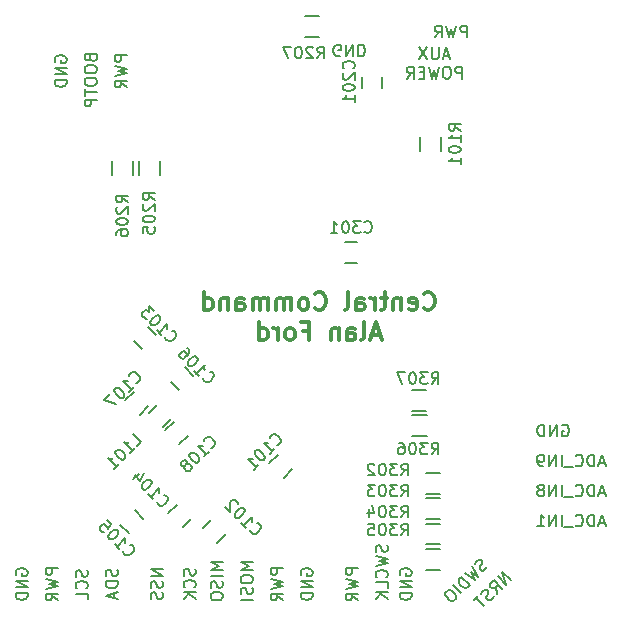
<source format=gbo>
G04 #@! TF.FileFunction,Legend,Bot*
%FSLAX46Y46*%
G04 Gerber Fmt 4.6, Leading zero omitted, Abs format (unit mm)*
G04 Created by KiCad (PCBNEW 4.0.5) date Tuesday, June 20, 2017 'PMt' 07:53:22 PM*
%MOMM*%
%LPD*%
G01*
G04 APERTURE LIST*
%ADD10C,0.100000*%
%ADD11C,0.150000*%
%ADD12C,0.300000*%
%ADD13C,3.327000*%
%ADD14R,1.377000X1.127000*%
%ADD15R,1.127000X1.377000*%
%ADD16R,1.854200X2.159000*%
%ADD17O,1.854200X2.159000*%
%ADD18R,2.159000X1.854200*%
%ADD19O,2.159000X1.854200*%
%ADD20C,1.727000*%
%ADD21R,2.159000X2.159000*%
%ADD22O,2.159000X2.159000*%
%ADD23R,1.427000X0.827000*%
%ADD24R,0.827000X1.427000*%
G04 APERTURE END LIST*
D10*
D11*
X144875095Y-70334667D02*
X144398904Y-70334667D01*
X144970333Y-70620381D02*
X144637000Y-69620381D01*
X144303666Y-70620381D01*
X143970333Y-69620381D02*
X143970333Y-70429905D01*
X143922714Y-70525143D01*
X143875095Y-70572762D01*
X143779857Y-70620381D01*
X143589380Y-70620381D01*
X143494142Y-70572762D01*
X143446523Y-70525143D01*
X143398904Y-70429905D01*
X143398904Y-69620381D01*
X143017952Y-69620381D02*
X142351285Y-70620381D01*
X142351285Y-69620381D02*
X143017952Y-70620381D01*
X145946524Y-72270381D02*
X145946524Y-71270381D01*
X145565571Y-71270381D01*
X145470333Y-71318000D01*
X145422714Y-71365619D01*
X145375095Y-71460857D01*
X145375095Y-71603714D01*
X145422714Y-71698952D01*
X145470333Y-71746571D01*
X145565571Y-71794190D01*
X145946524Y-71794190D01*
X144756048Y-71270381D02*
X144565571Y-71270381D01*
X144470333Y-71318000D01*
X144375095Y-71413238D01*
X144327476Y-71603714D01*
X144327476Y-71937048D01*
X144375095Y-72127524D01*
X144470333Y-72222762D01*
X144565571Y-72270381D01*
X144756048Y-72270381D01*
X144851286Y-72222762D01*
X144946524Y-72127524D01*
X144994143Y-71937048D01*
X144994143Y-71603714D01*
X144946524Y-71413238D01*
X144851286Y-71318000D01*
X144756048Y-71270381D01*
X143994143Y-71270381D02*
X143756048Y-72270381D01*
X143565571Y-71556095D01*
X143375095Y-72270381D01*
X143137000Y-71270381D01*
X142756048Y-71746571D02*
X142422714Y-71746571D01*
X142279857Y-72270381D02*
X142756048Y-72270381D01*
X142756048Y-71270381D01*
X142279857Y-71270381D01*
X141279857Y-72270381D02*
X141613191Y-71794190D01*
X141851286Y-72270381D02*
X141851286Y-71270381D01*
X141470333Y-71270381D01*
X141375095Y-71318000D01*
X141327476Y-71365619D01*
X141279857Y-71460857D01*
X141279857Y-71603714D01*
X141327476Y-71698952D01*
X141375095Y-71746571D01*
X141470333Y-71794190D01*
X141851286Y-71794190D01*
D12*
X142715142Y-91716714D02*
X142786571Y-91788143D01*
X143000857Y-91859571D01*
X143143714Y-91859571D01*
X143357999Y-91788143D01*
X143500857Y-91645286D01*
X143572285Y-91502429D01*
X143643714Y-91216714D01*
X143643714Y-91002429D01*
X143572285Y-90716714D01*
X143500857Y-90573857D01*
X143357999Y-90431000D01*
X143143714Y-90359571D01*
X143000857Y-90359571D01*
X142786571Y-90431000D01*
X142715142Y-90502429D01*
X141500857Y-91788143D02*
X141643714Y-91859571D01*
X141929428Y-91859571D01*
X142072285Y-91788143D01*
X142143714Y-91645286D01*
X142143714Y-91073857D01*
X142072285Y-90931000D01*
X141929428Y-90859571D01*
X141643714Y-90859571D01*
X141500857Y-90931000D01*
X141429428Y-91073857D01*
X141429428Y-91216714D01*
X142143714Y-91359571D01*
X140786571Y-90859571D02*
X140786571Y-91859571D01*
X140786571Y-91002429D02*
X140715143Y-90931000D01*
X140572285Y-90859571D01*
X140358000Y-90859571D01*
X140215143Y-90931000D01*
X140143714Y-91073857D01*
X140143714Y-91859571D01*
X139643714Y-90859571D02*
X139072285Y-90859571D01*
X139429428Y-90359571D02*
X139429428Y-91645286D01*
X139358000Y-91788143D01*
X139215142Y-91859571D01*
X139072285Y-91859571D01*
X138572285Y-91859571D02*
X138572285Y-90859571D01*
X138572285Y-91145286D02*
X138500857Y-91002429D01*
X138429428Y-90931000D01*
X138286571Y-90859571D01*
X138143714Y-90859571D01*
X137000857Y-91859571D02*
X137000857Y-91073857D01*
X137072286Y-90931000D01*
X137215143Y-90859571D01*
X137500857Y-90859571D01*
X137643714Y-90931000D01*
X137000857Y-91788143D02*
X137143714Y-91859571D01*
X137500857Y-91859571D01*
X137643714Y-91788143D01*
X137715143Y-91645286D01*
X137715143Y-91502429D01*
X137643714Y-91359571D01*
X137500857Y-91288143D01*
X137143714Y-91288143D01*
X137000857Y-91216714D01*
X136072285Y-91859571D02*
X136215143Y-91788143D01*
X136286571Y-91645286D01*
X136286571Y-90359571D01*
X133500857Y-91716714D02*
X133572286Y-91788143D01*
X133786572Y-91859571D01*
X133929429Y-91859571D01*
X134143714Y-91788143D01*
X134286572Y-91645286D01*
X134358000Y-91502429D01*
X134429429Y-91216714D01*
X134429429Y-91002429D01*
X134358000Y-90716714D01*
X134286572Y-90573857D01*
X134143714Y-90431000D01*
X133929429Y-90359571D01*
X133786572Y-90359571D01*
X133572286Y-90431000D01*
X133500857Y-90502429D01*
X132643714Y-91859571D02*
X132786572Y-91788143D01*
X132858000Y-91716714D01*
X132929429Y-91573857D01*
X132929429Y-91145286D01*
X132858000Y-91002429D01*
X132786572Y-90931000D01*
X132643714Y-90859571D01*
X132429429Y-90859571D01*
X132286572Y-90931000D01*
X132215143Y-91002429D01*
X132143714Y-91145286D01*
X132143714Y-91573857D01*
X132215143Y-91716714D01*
X132286572Y-91788143D01*
X132429429Y-91859571D01*
X132643714Y-91859571D01*
X131500857Y-91859571D02*
X131500857Y-90859571D01*
X131500857Y-91002429D02*
X131429429Y-90931000D01*
X131286571Y-90859571D01*
X131072286Y-90859571D01*
X130929429Y-90931000D01*
X130858000Y-91073857D01*
X130858000Y-91859571D01*
X130858000Y-91073857D02*
X130786571Y-90931000D01*
X130643714Y-90859571D01*
X130429429Y-90859571D01*
X130286571Y-90931000D01*
X130215143Y-91073857D01*
X130215143Y-91859571D01*
X129500857Y-91859571D02*
X129500857Y-90859571D01*
X129500857Y-91002429D02*
X129429429Y-90931000D01*
X129286571Y-90859571D01*
X129072286Y-90859571D01*
X128929429Y-90931000D01*
X128858000Y-91073857D01*
X128858000Y-91859571D01*
X128858000Y-91073857D02*
X128786571Y-90931000D01*
X128643714Y-90859571D01*
X128429429Y-90859571D01*
X128286571Y-90931000D01*
X128215143Y-91073857D01*
X128215143Y-91859571D01*
X126858000Y-91859571D02*
X126858000Y-91073857D01*
X126929429Y-90931000D01*
X127072286Y-90859571D01*
X127358000Y-90859571D01*
X127500857Y-90931000D01*
X126858000Y-91788143D02*
X127000857Y-91859571D01*
X127358000Y-91859571D01*
X127500857Y-91788143D01*
X127572286Y-91645286D01*
X127572286Y-91502429D01*
X127500857Y-91359571D01*
X127358000Y-91288143D01*
X127000857Y-91288143D01*
X126858000Y-91216714D01*
X126143714Y-90859571D02*
X126143714Y-91859571D01*
X126143714Y-91002429D02*
X126072286Y-90931000D01*
X125929428Y-90859571D01*
X125715143Y-90859571D01*
X125572286Y-90931000D01*
X125500857Y-91073857D01*
X125500857Y-91859571D01*
X124143714Y-91859571D02*
X124143714Y-90359571D01*
X124143714Y-91788143D02*
X124286571Y-91859571D01*
X124572285Y-91859571D01*
X124715143Y-91788143D01*
X124786571Y-91716714D01*
X124858000Y-91573857D01*
X124858000Y-91145286D01*
X124786571Y-91002429D01*
X124715143Y-90931000D01*
X124572285Y-90859571D01*
X124286571Y-90859571D01*
X124143714Y-90931000D01*
X139000857Y-93981000D02*
X138286571Y-93981000D01*
X139143714Y-94409571D02*
X138643714Y-92909571D01*
X138143714Y-94409571D01*
X137429428Y-94409571D02*
X137572286Y-94338143D01*
X137643714Y-94195286D01*
X137643714Y-92909571D01*
X136215143Y-94409571D02*
X136215143Y-93623857D01*
X136286572Y-93481000D01*
X136429429Y-93409571D01*
X136715143Y-93409571D01*
X136858000Y-93481000D01*
X136215143Y-94338143D02*
X136358000Y-94409571D01*
X136715143Y-94409571D01*
X136858000Y-94338143D01*
X136929429Y-94195286D01*
X136929429Y-94052429D01*
X136858000Y-93909571D01*
X136715143Y-93838143D01*
X136358000Y-93838143D01*
X136215143Y-93766714D01*
X135500857Y-93409571D02*
X135500857Y-94409571D01*
X135500857Y-93552429D02*
X135429429Y-93481000D01*
X135286571Y-93409571D01*
X135072286Y-93409571D01*
X134929429Y-93481000D01*
X134858000Y-93623857D01*
X134858000Y-94409571D01*
X132500857Y-93623857D02*
X133000857Y-93623857D01*
X133000857Y-94409571D02*
X133000857Y-92909571D01*
X132286571Y-92909571D01*
X131500857Y-94409571D02*
X131643715Y-94338143D01*
X131715143Y-94266714D01*
X131786572Y-94123857D01*
X131786572Y-93695286D01*
X131715143Y-93552429D01*
X131643715Y-93481000D01*
X131500857Y-93409571D01*
X131286572Y-93409571D01*
X131143715Y-93481000D01*
X131072286Y-93552429D01*
X131000857Y-93695286D01*
X131000857Y-94123857D01*
X131072286Y-94266714D01*
X131143715Y-94338143D01*
X131286572Y-94409571D01*
X131500857Y-94409571D01*
X130358000Y-94409571D02*
X130358000Y-93409571D01*
X130358000Y-93695286D02*
X130286572Y-93552429D01*
X130215143Y-93481000D01*
X130072286Y-93409571D01*
X129929429Y-93409571D01*
X128786572Y-94409571D02*
X128786572Y-92909571D01*
X128786572Y-94338143D02*
X128929429Y-94409571D01*
X129215143Y-94409571D01*
X129358001Y-94338143D01*
X129429429Y-94266714D01*
X129500858Y-94123857D01*
X129500858Y-93695286D01*
X129429429Y-93552429D01*
X129358001Y-93481000D01*
X129215143Y-93409571D01*
X128929429Y-93409571D01*
X128786572Y-93481000D01*
D11*
X137104381Y-113728667D02*
X136104381Y-113728667D01*
X136104381Y-114109620D01*
X136152000Y-114204858D01*
X136199619Y-114252477D01*
X136294857Y-114300096D01*
X136437714Y-114300096D01*
X136532952Y-114252477D01*
X136580571Y-114204858D01*
X136628190Y-114109620D01*
X136628190Y-113728667D01*
X136104381Y-114633429D02*
X137104381Y-114871524D01*
X136390095Y-115062001D01*
X137104381Y-115252477D01*
X136104381Y-115490572D01*
X137104381Y-116442953D02*
X136628190Y-116109619D01*
X137104381Y-115871524D02*
X136104381Y-115871524D01*
X136104381Y-116252477D01*
X136152000Y-116347715D01*
X136199619Y-116395334D01*
X136294857Y-116442953D01*
X136437714Y-116442953D01*
X136532952Y-116395334D01*
X136580571Y-116347715D01*
X136628190Y-116252477D01*
X136628190Y-115871524D01*
X139596762Y-111784095D02*
X139644381Y-111926952D01*
X139644381Y-112165048D01*
X139596762Y-112260286D01*
X139549143Y-112307905D01*
X139453905Y-112355524D01*
X139358667Y-112355524D01*
X139263429Y-112307905D01*
X139215810Y-112260286D01*
X139168190Y-112165048D01*
X139120571Y-111974571D01*
X139072952Y-111879333D01*
X139025333Y-111831714D01*
X138930095Y-111784095D01*
X138834857Y-111784095D01*
X138739619Y-111831714D01*
X138692000Y-111879333D01*
X138644381Y-111974571D01*
X138644381Y-112212667D01*
X138692000Y-112355524D01*
X138644381Y-112688857D02*
X139644381Y-112926952D01*
X138930095Y-113117429D01*
X139644381Y-113307905D01*
X138644381Y-113546000D01*
X139549143Y-114498381D02*
X139596762Y-114450762D01*
X139644381Y-114307905D01*
X139644381Y-114212667D01*
X139596762Y-114069809D01*
X139501524Y-113974571D01*
X139406286Y-113926952D01*
X139215810Y-113879333D01*
X139072952Y-113879333D01*
X138882476Y-113926952D01*
X138787238Y-113974571D01*
X138692000Y-114069809D01*
X138644381Y-114212667D01*
X138644381Y-114307905D01*
X138692000Y-114450762D01*
X138739619Y-114498381D01*
X139644381Y-115403143D02*
X139644381Y-114926952D01*
X138644381Y-114926952D01*
X139644381Y-115736476D02*
X138644381Y-115736476D01*
X139644381Y-116307905D02*
X139072952Y-115879333D01*
X138644381Y-116307905D02*
X139215810Y-115736476D01*
X150071557Y-114728206D02*
X149364450Y-114021100D01*
X149667496Y-115132268D01*
X148960389Y-114425161D01*
X148926717Y-115873046D02*
X148825702Y-115300626D01*
X149330778Y-115468985D02*
X148623672Y-114761878D01*
X148354297Y-115031253D01*
X148320626Y-115132268D01*
X148320626Y-115199611D01*
X148354297Y-115300626D01*
X148455312Y-115401641D01*
X148556328Y-115435313D01*
X148623671Y-115435313D01*
X148724686Y-115401641D01*
X148994061Y-115132267D01*
X148623672Y-116108748D02*
X148556328Y-116243435D01*
X148387969Y-116411794D01*
X148286954Y-116445466D01*
X148219610Y-116445466D01*
X148118595Y-116411794D01*
X148051252Y-116344451D01*
X148017580Y-116243436D01*
X148017580Y-116176092D01*
X148051251Y-116075076D01*
X148152267Y-115906717D01*
X148185939Y-115805702D01*
X148185939Y-115738359D01*
X148152267Y-115637343D01*
X148084924Y-115570000D01*
X147983908Y-115536328D01*
X147916565Y-115536328D01*
X147815550Y-115570000D01*
X147647190Y-115738359D01*
X147579847Y-115873046D01*
X147344145Y-116041405D02*
X146940084Y-116445466D01*
X147849222Y-116950542D02*
X147142115Y-116243435D01*
X148088602Y-113595817D02*
X148021259Y-113730504D01*
X147852900Y-113898864D01*
X147751885Y-113932535D01*
X147684541Y-113932535D01*
X147583526Y-113898864D01*
X147516183Y-113831520D01*
X147482511Y-113730505D01*
X147482511Y-113663162D01*
X147516182Y-113562146D01*
X147617198Y-113393786D01*
X147650869Y-113292771D01*
X147650869Y-113225428D01*
X147617198Y-113124413D01*
X147549854Y-113057069D01*
X147448839Y-113023398D01*
X147381496Y-113023398D01*
X147280481Y-113057069D01*
X147112121Y-113225429D01*
X147044778Y-113360115D01*
X146775404Y-113562146D02*
X147314152Y-114437611D01*
X146674388Y-114067222D01*
X147044778Y-114706986D01*
X146169312Y-114168237D01*
X146607045Y-115144718D02*
X145899939Y-114437611D01*
X145731580Y-114605970D01*
X145664236Y-114740657D01*
X145664236Y-114875344D01*
X145697908Y-114976359D01*
X145798923Y-115144718D01*
X145899939Y-115245734D01*
X146068297Y-115346749D01*
X146169312Y-115380421D01*
X146303999Y-115380421D01*
X146438687Y-115313076D01*
X146607045Y-115144718D01*
X145899939Y-115851825D02*
X145192832Y-115144718D01*
X144721428Y-115616122D02*
X144586740Y-115750810D01*
X144553069Y-115851825D01*
X144553069Y-115986512D01*
X144654084Y-116154870D01*
X144889786Y-116390573D01*
X145058145Y-116491588D01*
X145192832Y-116491588D01*
X145293847Y-116457916D01*
X145428535Y-116323229D01*
X145462206Y-116222214D01*
X145462206Y-116087527D01*
X145361191Y-115919168D01*
X145125488Y-115683465D01*
X144957130Y-115582450D01*
X144822443Y-115582450D01*
X144721428Y-115616122D01*
X140724000Y-114300096D02*
X140676381Y-114204858D01*
X140676381Y-114062001D01*
X140724000Y-113919143D01*
X140819238Y-113823905D01*
X140914476Y-113776286D01*
X141104952Y-113728667D01*
X141247810Y-113728667D01*
X141438286Y-113776286D01*
X141533524Y-113823905D01*
X141628762Y-113919143D01*
X141676381Y-114062001D01*
X141676381Y-114157239D01*
X141628762Y-114300096D01*
X141581143Y-114347715D01*
X141247810Y-114347715D01*
X141247810Y-114157239D01*
X141676381Y-114776286D02*
X140676381Y-114776286D01*
X141676381Y-115347715D01*
X140676381Y-115347715D01*
X141676381Y-115823905D02*
X140676381Y-115823905D01*
X140676381Y-116062000D01*
X140724000Y-116204858D01*
X140819238Y-116300096D01*
X140914476Y-116347715D01*
X141104952Y-116395334D01*
X141247810Y-116395334D01*
X141438286Y-116347715D01*
X141533524Y-116300096D01*
X141628762Y-116204858D01*
X141676381Y-116062000D01*
X141676381Y-115823905D01*
X158051143Y-109894667D02*
X157574952Y-109894667D01*
X158146381Y-110180381D02*
X157813048Y-109180381D01*
X157479714Y-110180381D01*
X157146381Y-110180381D02*
X157146381Y-109180381D01*
X156908286Y-109180381D01*
X156765428Y-109228000D01*
X156670190Y-109323238D01*
X156622571Y-109418476D01*
X156574952Y-109608952D01*
X156574952Y-109751810D01*
X156622571Y-109942286D01*
X156670190Y-110037524D01*
X156765428Y-110132762D01*
X156908286Y-110180381D01*
X157146381Y-110180381D01*
X155574952Y-110085143D02*
X155622571Y-110132762D01*
X155765428Y-110180381D01*
X155860666Y-110180381D01*
X156003524Y-110132762D01*
X156098762Y-110037524D01*
X156146381Y-109942286D01*
X156194000Y-109751810D01*
X156194000Y-109608952D01*
X156146381Y-109418476D01*
X156098762Y-109323238D01*
X156003524Y-109228000D01*
X155860666Y-109180381D01*
X155765428Y-109180381D01*
X155622571Y-109228000D01*
X155574952Y-109275619D01*
X155384476Y-110275619D02*
X154622571Y-110275619D01*
X154384476Y-110180381D02*
X154384476Y-109180381D01*
X153908286Y-110180381D02*
X153908286Y-109180381D01*
X153336857Y-110180381D01*
X153336857Y-109180381D01*
X152336857Y-110180381D02*
X152908286Y-110180381D01*
X152622572Y-110180381D02*
X152622572Y-109180381D01*
X152717810Y-109323238D01*
X152813048Y-109418476D01*
X152908286Y-109466095D01*
X158051143Y-107354667D02*
X157574952Y-107354667D01*
X158146381Y-107640381D02*
X157813048Y-106640381D01*
X157479714Y-107640381D01*
X157146381Y-107640381D02*
X157146381Y-106640381D01*
X156908286Y-106640381D01*
X156765428Y-106688000D01*
X156670190Y-106783238D01*
X156622571Y-106878476D01*
X156574952Y-107068952D01*
X156574952Y-107211810D01*
X156622571Y-107402286D01*
X156670190Y-107497524D01*
X156765428Y-107592762D01*
X156908286Y-107640381D01*
X157146381Y-107640381D01*
X155574952Y-107545143D02*
X155622571Y-107592762D01*
X155765428Y-107640381D01*
X155860666Y-107640381D01*
X156003524Y-107592762D01*
X156098762Y-107497524D01*
X156146381Y-107402286D01*
X156194000Y-107211810D01*
X156194000Y-107068952D01*
X156146381Y-106878476D01*
X156098762Y-106783238D01*
X156003524Y-106688000D01*
X155860666Y-106640381D01*
X155765428Y-106640381D01*
X155622571Y-106688000D01*
X155574952Y-106735619D01*
X155384476Y-107735619D02*
X154622571Y-107735619D01*
X154384476Y-107640381D02*
X154384476Y-106640381D01*
X153908286Y-107640381D02*
X153908286Y-106640381D01*
X153336857Y-107640381D01*
X153336857Y-106640381D01*
X152717810Y-107068952D02*
X152813048Y-107021333D01*
X152860667Y-106973714D01*
X152908286Y-106878476D01*
X152908286Y-106830857D01*
X152860667Y-106735619D01*
X152813048Y-106688000D01*
X152717810Y-106640381D01*
X152527333Y-106640381D01*
X152432095Y-106688000D01*
X152384476Y-106735619D01*
X152336857Y-106830857D01*
X152336857Y-106878476D01*
X152384476Y-106973714D01*
X152432095Y-107021333D01*
X152527333Y-107068952D01*
X152717810Y-107068952D01*
X152813048Y-107116571D01*
X152860667Y-107164190D01*
X152908286Y-107259429D01*
X152908286Y-107449905D01*
X152860667Y-107545143D01*
X152813048Y-107592762D01*
X152717810Y-107640381D01*
X152527333Y-107640381D01*
X152432095Y-107592762D01*
X152384476Y-107545143D01*
X152336857Y-107449905D01*
X152336857Y-107259429D01*
X152384476Y-107164190D01*
X152432095Y-107116571D01*
X152527333Y-107068952D01*
X158051143Y-104814667D02*
X157574952Y-104814667D01*
X158146381Y-105100381D02*
X157813048Y-104100381D01*
X157479714Y-105100381D01*
X157146381Y-105100381D02*
X157146381Y-104100381D01*
X156908286Y-104100381D01*
X156765428Y-104148000D01*
X156670190Y-104243238D01*
X156622571Y-104338476D01*
X156574952Y-104528952D01*
X156574952Y-104671810D01*
X156622571Y-104862286D01*
X156670190Y-104957524D01*
X156765428Y-105052762D01*
X156908286Y-105100381D01*
X157146381Y-105100381D01*
X155574952Y-105005143D02*
X155622571Y-105052762D01*
X155765428Y-105100381D01*
X155860666Y-105100381D01*
X156003524Y-105052762D01*
X156098762Y-104957524D01*
X156146381Y-104862286D01*
X156194000Y-104671810D01*
X156194000Y-104528952D01*
X156146381Y-104338476D01*
X156098762Y-104243238D01*
X156003524Y-104148000D01*
X155860666Y-104100381D01*
X155765428Y-104100381D01*
X155622571Y-104148000D01*
X155574952Y-104195619D01*
X155384476Y-105195619D02*
X154622571Y-105195619D01*
X154384476Y-105100381D02*
X154384476Y-104100381D01*
X153908286Y-105100381D02*
X153908286Y-104100381D01*
X153336857Y-105100381D01*
X153336857Y-104100381D01*
X152813048Y-105100381D02*
X152622572Y-105100381D01*
X152527333Y-105052762D01*
X152479714Y-105005143D01*
X152384476Y-104862286D01*
X152336857Y-104671810D01*
X152336857Y-104290857D01*
X152384476Y-104195619D01*
X152432095Y-104148000D01*
X152527333Y-104100381D01*
X152717810Y-104100381D01*
X152813048Y-104148000D01*
X152860667Y-104195619D01*
X152908286Y-104290857D01*
X152908286Y-104528952D01*
X152860667Y-104624190D01*
X152813048Y-104671810D01*
X152717810Y-104719429D01*
X152527333Y-104719429D01*
X152432095Y-104671810D01*
X152384476Y-104624190D01*
X152336857Y-104528952D01*
X154431904Y-101608000D02*
X154527142Y-101560381D01*
X154669999Y-101560381D01*
X154812857Y-101608000D01*
X154908095Y-101703238D01*
X154955714Y-101798476D01*
X155003333Y-101988952D01*
X155003333Y-102131810D01*
X154955714Y-102322286D01*
X154908095Y-102417524D01*
X154812857Y-102512762D01*
X154669999Y-102560381D01*
X154574761Y-102560381D01*
X154431904Y-102512762D01*
X154384285Y-102465143D01*
X154384285Y-102131810D01*
X154574761Y-102131810D01*
X153955714Y-102560381D02*
X153955714Y-101560381D01*
X153384285Y-102560381D01*
X153384285Y-101560381D01*
X152908095Y-102560381D02*
X152908095Y-101560381D01*
X152670000Y-101560381D01*
X152527142Y-101608000D01*
X152431904Y-101703238D01*
X152384285Y-101798476D01*
X152336666Y-101988952D01*
X152336666Y-102131810D01*
X152384285Y-102322286D01*
X152431904Y-102417524D01*
X152527142Y-102512762D01*
X152670000Y-102560381D01*
X152908095Y-102560381D01*
X128214381Y-113236572D02*
X127214381Y-113236572D01*
X127928667Y-113569906D01*
X127214381Y-113903239D01*
X128214381Y-113903239D01*
X127214381Y-114569905D02*
X127214381Y-114760382D01*
X127262000Y-114855620D01*
X127357238Y-114950858D01*
X127547714Y-114998477D01*
X127881048Y-114998477D01*
X128071524Y-114950858D01*
X128166762Y-114855620D01*
X128214381Y-114760382D01*
X128214381Y-114569905D01*
X128166762Y-114474667D01*
X128071524Y-114379429D01*
X127881048Y-114331810D01*
X127547714Y-114331810D01*
X127357238Y-114379429D01*
X127262000Y-114474667D01*
X127214381Y-114569905D01*
X128166762Y-115379429D02*
X128214381Y-115522286D01*
X128214381Y-115760382D01*
X128166762Y-115855620D01*
X128119143Y-115903239D01*
X128023905Y-115950858D01*
X127928667Y-115950858D01*
X127833429Y-115903239D01*
X127785810Y-115855620D01*
X127738190Y-115760382D01*
X127690571Y-115569905D01*
X127642952Y-115474667D01*
X127595333Y-115427048D01*
X127500095Y-115379429D01*
X127404857Y-115379429D01*
X127309619Y-115427048D01*
X127262000Y-115474667D01*
X127214381Y-115569905D01*
X127214381Y-115808001D01*
X127262000Y-115950858D01*
X128214381Y-116379429D02*
X127214381Y-116379429D01*
X125674381Y-113236572D02*
X124674381Y-113236572D01*
X125388667Y-113569906D01*
X124674381Y-113903239D01*
X125674381Y-113903239D01*
X125674381Y-114379429D02*
X124674381Y-114379429D01*
X125626762Y-114808000D02*
X125674381Y-114950857D01*
X125674381Y-115188953D01*
X125626762Y-115284191D01*
X125579143Y-115331810D01*
X125483905Y-115379429D01*
X125388667Y-115379429D01*
X125293429Y-115331810D01*
X125245810Y-115284191D01*
X125198190Y-115188953D01*
X125150571Y-114998476D01*
X125102952Y-114903238D01*
X125055333Y-114855619D01*
X124960095Y-114808000D01*
X124864857Y-114808000D01*
X124769619Y-114855619D01*
X124722000Y-114903238D01*
X124674381Y-114998476D01*
X124674381Y-115236572D01*
X124722000Y-115379429D01*
X124674381Y-115998476D02*
X124674381Y-116188953D01*
X124722000Y-116284191D01*
X124817238Y-116379429D01*
X125007714Y-116427048D01*
X125341048Y-116427048D01*
X125531524Y-116379429D01*
X125626762Y-116284191D01*
X125674381Y-116188953D01*
X125674381Y-115998476D01*
X125626762Y-115903238D01*
X125531524Y-115808000D01*
X125341048Y-115760381D01*
X125007714Y-115760381D01*
X124817238Y-115808000D01*
X124722000Y-115903238D01*
X124674381Y-115998476D01*
X120594381Y-113823905D02*
X119594381Y-113823905D01*
X120594381Y-114395334D01*
X119594381Y-114395334D01*
X120546762Y-114823905D02*
X120594381Y-114966762D01*
X120594381Y-115204858D01*
X120546762Y-115300096D01*
X120499143Y-115347715D01*
X120403905Y-115395334D01*
X120308667Y-115395334D01*
X120213429Y-115347715D01*
X120165810Y-115300096D01*
X120118190Y-115204858D01*
X120070571Y-115014381D01*
X120022952Y-114919143D01*
X119975333Y-114871524D01*
X119880095Y-114823905D01*
X119784857Y-114823905D01*
X119689619Y-114871524D01*
X119642000Y-114919143D01*
X119594381Y-115014381D01*
X119594381Y-115252477D01*
X119642000Y-115395334D01*
X120546762Y-115776286D02*
X120594381Y-115919143D01*
X120594381Y-116157239D01*
X120546762Y-116252477D01*
X120499143Y-116300096D01*
X120403905Y-116347715D01*
X120308667Y-116347715D01*
X120213429Y-116300096D01*
X120165810Y-116252477D01*
X120118190Y-116157239D01*
X120070571Y-115966762D01*
X120022952Y-115871524D01*
X119975333Y-115823905D01*
X119880095Y-115776286D01*
X119784857Y-115776286D01*
X119689619Y-115823905D01*
X119642000Y-115871524D01*
X119594381Y-115966762D01*
X119594381Y-116204858D01*
X119642000Y-116347715D01*
X123340762Y-113776286D02*
X123388381Y-113919143D01*
X123388381Y-114157239D01*
X123340762Y-114252477D01*
X123293143Y-114300096D01*
X123197905Y-114347715D01*
X123102667Y-114347715D01*
X123007429Y-114300096D01*
X122959810Y-114252477D01*
X122912190Y-114157239D01*
X122864571Y-113966762D01*
X122816952Y-113871524D01*
X122769333Y-113823905D01*
X122674095Y-113776286D01*
X122578857Y-113776286D01*
X122483619Y-113823905D01*
X122436000Y-113871524D01*
X122388381Y-113966762D01*
X122388381Y-114204858D01*
X122436000Y-114347715D01*
X123293143Y-115347715D02*
X123340762Y-115300096D01*
X123388381Y-115157239D01*
X123388381Y-115062001D01*
X123340762Y-114919143D01*
X123245524Y-114823905D01*
X123150286Y-114776286D01*
X122959810Y-114728667D01*
X122816952Y-114728667D01*
X122626476Y-114776286D01*
X122531238Y-114823905D01*
X122436000Y-114919143D01*
X122388381Y-115062001D01*
X122388381Y-115157239D01*
X122436000Y-115300096D01*
X122483619Y-115347715D01*
X123388381Y-115776286D02*
X122388381Y-115776286D01*
X123388381Y-116347715D02*
X122816952Y-115919143D01*
X122388381Y-116347715D02*
X122959810Y-115776286D01*
X132342000Y-114300096D02*
X132294381Y-114204858D01*
X132294381Y-114062001D01*
X132342000Y-113919143D01*
X132437238Y-113823905D01*
X132532476Y-113776286D01*
X132722952Y-113728667D01*
X132865810Y-113728667D01*
X133056286Y-113776286D01*
X133151524Y-113823905D01*
X133246762Y-113919143D01*
X133294381Y-114062001D01*
X133294381Y-114157239D01*
X133246762Y-114300096D01*
X133199143Y-114347715D01*
X132865810Y-114347715D01*
X132865810Y-114157239D01*
X133294381Y-114776286D02*
X132294381Y-114776286D01*
X133294381Y-115347715D01*
X132294381Y-115347715D01*
X133294381Y-115823905D02*
X132294381Y-115823905D01*
X132294381Y-116062000D01*
X132342000Y-116204858D01*
X132437238Y-116300096D01*
X132532476Y-116347715D01*
X132722952Y-116395334D01*
X132865810Y-116395334D01*
X133056286Y-116347715D01*
X133151524Y-116300096D01*
X133246762Y-116204858D01*
X133294381Y-116062000D01*
X133294381Y-115823905D01*
X130754381Y-113728667D02*
X129754381Y-113728667D01*
X129754381Y-114109620D01*
X129802000Y-114204858D01*
X129849619Y-114252477D01*
X129944857Y-114300096D01*
X130087714Y-114300096D01*
X130182952Y-114252477D01*
X130230571Y-114204858D01*
X130278190Y-114109620D01*
X130278190Y-113728667D01*
X129754381Y-114633429D02*
X130754381Y-114871524D01*
X130040095Y-115062001D01*
X130754381Y-115252477D01*
X129754381Y-115490572D01*
X130754381Y-116442953D02*
X130278190Y-116109619D01*
X130754381Y-115871524D02*
X129754381Y-115871524D01*
X129754381Y-116252477D01*
X129802000Y-116347715D01*
X129849619Y-116395334D01*
X129944857Y-116442953D01*
X130087714Y-116442953D01*
X130182952Y-116395334D01*
X130230571Y-116347715D01*
X130278190Y-116252477D01*
X130278190Y-115871524D01*
X146367333Y-68778381D02*
X146367333Y-67778381D01*
X145986380Y-67778381D01*
X145891142Y-67826000D01*
X145843523Y-67873619D01*
X145795904Y-67968857D01*
X145795904Y-68111714D01*
X145843523Y-68206952D01*
X145891142Y-68254571D01*
X145986380Y-68302190D01*
X146367333Y-68302190D01*
X145462571Y-67778381D02*
X145224476Y-68778381D01*
X145033999Y-68064095D01*
X144843523Y-68778381D01*
X144605428Y-67778381D01*
X143653047Y-68778381D02*
X143986381Y-68302190D01*
X144224476Y-68778381D02*
X144224476Y-67778381D01*
X143843523Y-67778381D01*
X143748285Y-67826000D01*
X143700666Y-67873619D01*
X143653047Y-67968857D01*
X143653047Y-68111714D01*
X143700666Y-68206952D01*
X143748285Y-68254571D01*
X143843523Y-68302190D01*
X144224476Y-68302190D01*
X135636096Y-70350000D02*
X135540858Y-70397619D01*
X135398001Y-70397619D01*
X135255143Y-70350000D01*
X135159905Y-70254762D01*
X135112286Y-70159524D01*
X135064667Y-69969048D01*
X135064667Y-69826190D01*
X135112286Y-69635714D01*
X135159905Y-69540476D01*
X135255143Y-69445238D01*
X135398001Y-69397619D01*
X135493239Y-69397619D01*
X135636096Y-69445238D01*
X135683715Y-69492857D01*
X135683715Y-69826190D01*
X135493239Y-69826190D01*
X136112286Y-69397619D02*
X136112286Y-70397619D01*
X136683715Y-69397619D01*
X136683715Y-70397619D01*
X137159905Y-69397619D02*
X137159905Y-70397619D01*
X137398000Y-70397619D01*
X137540858Y-70350000D01*
X137636096Y-70254762D01*
X137683715Y-70159524D01*
X137731334Y-69969048D01*
X137731334Y-69826190D01*
X137683715Y-69635714D01*
X137636096Y-69540476D01*
X137540858Y-69445238D01*
X137398000Y-69397619D01*
X137159905Y-69397619D01*
X114482571Y-70532858D02*
X114530190Y-70675715D01*
X114577810Y-70723334D01*
X114673048Y-70770953D01*
X114815905Y-70770953D01*
X114911143Y-70723334D01*
X114958762Y-70675715D01*
X115006381Y-70580477D01*
X115006381Y-70199524D01*
X114006381Y-70199524D01*
X114006381Y-70532858D01*
X114054000Y-70628096D01*
X114101619Y-70675715D01*
X114196857Y-70723334D01*
X114292095Y-70723334D01*
X114387333Y-70675715D01*
X114434952Y-70628096D01*
X114482571Y-70532858D01*
X114482571Y-70199524D01*
X114006381Y-71390000D02*
X114006381Y-71580477D01*
X114054000Y-71675715D01*
X114149238Y-71770953D01*
X114339714Y-71818572D01*
X114673048Y-71818572D01*
X114863524Y-71770953D01*
X114958762Y-71675715D01*
X115006381Y-71580477D01*
X115006381Y-71390000D01*
X114958762Y-71294762D01*
X114863524Y-71199524D01*
X114673048Y-71151905D01*
X114339714Y-71151905D01*
X114149238Y-71199524D01*
X114054000Y-71294762D01*
X114006381Y-71390000D01*
X114006381Y-72437619D02*
X114006381Y-72628096D01*
X114054000Y-72723334D01*
X114149238Y-72818572D01*
X114339714Y-72866191D01*
X114673048Y-72866191D01*
X114863524Y-72818572D01*
X114958762Y-72723334D01*
X115006381Y-72628096D01*
X115006381Y-72437619D01*
X114958762Y-72342381D01*
X114863524Y-72247143D01*
X114673048Y-72199524D01*
X114339714Y-72199524D01*
X114149238Y-72247143D01*
X114054000Y-72342381D01*
X114006381Y-72437619D01*
X114006381Y-73151905D02*
X114006381Y-73723334D01*
X115006381Y-73437619D02*
X114006381Y-73437619D01*
X115006381Y-74056667D02*
X114006381Y-74056667D01*
X114006381Y-74437620D01*
X114054000Y-74532858D01*
X114101619Y-74580477D01*
X114196857Y-74628096D01*
X114339714Y-74628096D01*
X114434952Y-74580477D01*
X114482571Y-74532858D01*
X114530190Y-74437620D01*
X114530190Y-74056667D01*
X117546381Y-70294667D02*
X116546381Y-70294667D01*
X116546381Y-70675620D01*
X116594000Y-70770858D01*
X116641619Y-70818477D01*
X116736857Y-70866096D01*
X116879714Y-70866096D01*
X116974952Y-70818477D01*
X117022571Y-70770858D01*
X117070190Y-70675620D01*
X117070190Y-70294667D01*
X116546381Y-71199429D02*
X117546381Y-71437524D01*
X116832095Y-71628001D01*
X117546381Y-71818477D01*
X116546381Y-72056572D01*
X117546381Y-73008953D02*
X117070190Y-72675619D01*
X117546381Y-72437524D02*
X116546381Y-72437524D01*
X116546381Y-72818477D01*
X116594000Y-72913715D01*
X116641619Y-72961334D01*
X116736857Y-73008953D01*
X116879714Y-73008953D01*
X116974952Y-72961334D01*
X117022571Y-72913715D01*
X117070190Y-72818477D01*
X117070190Y-72437524D01*
X111514000Y-70866096D02*
X111466381Y-70770858D01*
X111466381Y-70628001D01*
X111514000Y-70485143D01*
X111609238Y-70389905D01*
X111704476Y-70342286D01*
X111894952Y-70294667D01*
X112037810Y-70294667D01*
X112228286Y-70342286D01*
X112323524Y-70389905D01*
X112418762Y-70485143D01*
X112466381Y-70628001D01*
X112466381Y-70723239D01*
X112418762Y-70866096D01*
X112371143Y-70913715D01*
X112037810Y-70913715D01*
X112037810Y-70723239D01*
X112466381Y-71342286D02*
X111466381Y-71342286D01*
X112466381Y-71913715D01*
X111466381Y-71913715D01*
X112466381Y-72389905D02*
X111466381Y-72389905D01*
X111466381Y-72628000D01*
X111514000Y-72770858D01*
X111609238Y-72866096D01*
X111704476Y-72913715D01*
X111894952Y-72961334D01*
X112037810Y-72961334D01*
X112228286Y-72913715D01*
X112323524Y-72866096D01*
X112418762Y-72770858D01*
X112466381Y-72628000D01*
X112466381Y-72389905D01*
X116736762Y-113847714D02*
X116784381Y-113990571D01*
X116784381Y-114228667D01*
X116736762Y-114323905D01*
X116689143Y-114371524D01*
X116593905Y-114419143D01*
X116498667Y-114419143D01*
X116403429Y-114371524D01*
X116355810Y-114323905D01*
X116308190Y-114228667D01*
X116260571Y-114038190D01*
X116212952Y-113942952D01*
X116165333Y-113895333D01*
X116070095Y-113847714D01*
X115974857Y-113847714D01*
X115879619Y-113895333D01*
X115832000Y-113942952D01*
X115784381Y-114038190D01*
X115784381Y-114276286D01*
X115832000Y-114419143D01*
X116784381Y-114847714D02*
X115784381Y-114847714D01*
X115784381Y-115085809D01*
X115832000Y-115228667D01*
X115927238Y-115323905D01*
X116022476Y-115371524D01*
X116212952Y-115419143D01*
X116355810Y-115419143D01*
X116546286Y-115371524D01*
X116641524Y-115323905D01*
X116736762Y-115228667D01*
X116784381Y-115085809D01*
X116784381Y-114847714D01*
X116498667Y-115800095D02*
X116498667Y-116276286D01*
X116784381Y-115704857D02*
X115784381Y-116038190D01*
X116784381Y-116371524D01*
X114196762Y-113871524D02*
X114244381Y-114014381D01*
X114244381Y-114252477D01*
X114196762Y-114347715D01*
X114149143Y-114395334D01*
X114053905Y-114442953D01*
X113958667Y-114442953D01*
X113863429Y-114395334D01*
X113815810Y-114347715D01*
X113768190Y-114252477D01*
X113720571Y-114062000D01*
X113672952Y-113966762D01*
X113625333Y-113919143D01*
X113530095Y-113871524D01*
X113434857Y-113871524D01*
X113339619Y-113919143D01*
X113292000Y-113966762D01*
X113244381Y-114062000D01*
X113244381Y-114300096D01*
X113292000Y-114442953D01*
X114149143Y-115442953D02*
X114196762Y-115395334D01*
X114244381Y-115252477D01*
X114244381Y-115157239D01*
X114196762Y-115014381D01*
X114101524Y-114919143D01*
X114006286Y-114871524D01*
X113815810Y-114823905D01*
X113672952Y-114823905D01*
X113482476Y-114871524D01*
X113387238Y-114919143D01*
X113292000Y-115014381D01*
X113244381Y-115157239D01*
X113244381Y-115252477D01*
X113292000Y-115395334D01*
X113339619Y-115442953D01*
X114244381Y-116347715D02*
X114244381Y-115871524D01*
X113244381Y-115871524D01*
X111704381Y-113728667D02*
X110704381Y-113728667D01*
X110704381Y-114109620D01*
X110752000Y-114204858D01*
X110799619Y-114252477D01*
X110894857Y-114300096D01*
X111037714Y-114300096D01*
X111132952Y-114252477D01*
X111180571Y-114204858D01*
X111228190Y-114109620D01*
X111228190Y-113728667D01*
X110704381Y-114633429D02*
X111704381Y-114871524D01*
X110990095Y-115062001D01*
X111704381Y-115252477D01*
X110704381Y-115490572D01*
X111704381Y-116442953D02*
X111228190Y-116109619D01*
X111704381Y-115871524D02*
X110704381Y-115871524D01*
X110704381Y-116252477D01*
X110752000Y-116347715D01*
X110799619Y-116395334D01*
X110894857Y-116442953D01*
X111037714Y-116442953D01*
X111132952Y-116395334D01*
X111180571Y-116347715D01*
X111228190Y-116252477D01*
X111228190Y-115871524D01*
X108212000Y-114300096D02*
X108164381Y-114204858D01*
X108164381Y-114062001D01*
X108212000Y-113919143D01*
X108307238Y-113823905D01*
X108402476Y-113776286D01*
X108592952Y-113728667D01*
X108735810Y-113728667D01*
X108926286Y-113776286D01*
X109021524Y-113823905D01*
X109116762Y-113919143D01*
X109164381Y-114062001D01*
X109164381Y-114157239D01*
X109116762Y-114300096D01*
X109069143Y-114347715D01*
X108735810Y-114347715D01*
X108735810Y-114157239D01*
X109164381Y-114776286D02*
X108164381Y-114776286D01*
X109164381Y-115347715D01*
X108164381Y-115347715D01*
X109164381Y-115823905D02*
X108164381Y-115823905D01*
X108164381Y-116062000D01*
X108212000Y-116204858D01*
X108307238Y-116300096D01*
X108402476Y-116347715D01*
X108592952Y-116395334D01*
X108735810Y-116395334D01*
X108926286Y-116347715D01*
X109021524Y-116300096D01*
X109116762Y-116204858D01*
X109164381Y-116062000D01*
X109164381Y-115823905D01*
X129642046Y-104847553D02*
X130349153Y-104140446D01*
X131551234Y-105342527D02*
X130844127Y-106049634D01*
X125942914Y-110849247D02*
X125235807Y-111556354D01*
X124033726Y-110354273D02*
X124740833Y-109647166D01*
X119363327Y-93289566D02*
X120070434Y-93996673D01*
X118868353Y-95198754D02*
X118161246Y-94491647D01*
X121087326Y-109053793D02*
X121794433Y-108346686D01*
X122996514Y-109548767D02*
X122289407Y-110255874D01*
X118235567Y-108834366D02*
X118942674Y-109541473D01*
X117740593Y-110743554D02*
X117033486Y-110036447D01*
X121997633Y-98632834D02*
X121290526Y-97925727D01*
X122492607Y-96723646D02*
X123199714Y-97430753D01*
X120823166Y-102023073D02*
X121530273Y-101315966D01*
X122732354Y-102518047D02*
X122025247Y-103225154D01*
X137453000Y-73103360D02*
X137453000Y-72103360D01*
X139153000Y-72103360D02*
X139153000Y-73103360D01*
X136075800Y-86145000D02*
X137075800Y-86145000D01*
X137075800Y-87845000D02*
X136075800Y-87845000D01*
X119421086Y-100600673D02*
X120128193Y-99893566D01*
X121330274Y-101095647D02*
X120623167Y-101802754D01*
X120351520Y-80427120D02*
X120351520Y-79227120D01*
X118601520Y-79227120D02*
X118601520Y-80427120D01*
X118085840Y-80442360D02*
X118085840Y-79242360D01*
X116335840Y-79242360D02*
X116335840Y-80442360D01*
X133848400Y-66968400D02*
X132648400Y-66968400D01*
X132648400Y-68718400D02*
X133848400Y-68718400D01*
X144099840Y-105688160D02*
X142899840Y-105688160D01*
X142899840Y-107438160D02*
X144099840Y-107438160D01*
X144099840Y-107811600D02*
X142899840Y-107811600D01*
X142899840Y-109561600D02*
X144099840Y-109561600D01*
X144130320Y-109965520D02*
X142930320Y-109965520D01*
X142930320Y-111715520D02*
X144130320Y-111715520D01*
X144130320Y-112114360D02*
X142930320Y-112114360D01*
X142930320Y-113864360D02*
X144130320Y-113864360D01*
X141751760Y-102510560D02*
X142951760Y-102510560D01*
X142951760Y-100760560D02*
X141751760Y-100760560D01*
X141736520Y-100387120D02*
X142936520Y-100387120D01*
X142936520Y-98637120D02*
X141736520Y-98637120D01*
X117450046Y-99523713D02*
X118157153Y-98816606D01*
X119359234Y-100018687D02*
X118652127Y-100725794D01*
X142406400Y-77187500D02*
X142406400Y-78387500D01*
X144156400Y-78387500D02*
X144156400Y-77187500D01*
X130268864Y-103286293D02*
X130336207Y-103286293D01*
X130470894Y-103218949D01*
X130538238Y-103151606D01*
X130605582Y-103016918D01*
X130605582Y-102882231D01*
X130571910Y-102781216D01*
X130470895Y-102612857D01*
X130369879Y-102511842D01*
X130201521Y-102410826D01*
X130100505Y-102377155D01*
X129965818Y-102377155D01*
X129831131Y-102444499D01*
X129763787Y-102511842D01*
X129696444Y-102646529D01*
X129696444Y-102713873D01*
X129662772Y-104027071D02*
X130066834Y-103623010D01*
X129864803Y-103825040D02*
X129157697Y-103117933D01*
X129326055Y-103151605D01*
X129460742Y-103151605D01*
X129561757Y-103117933D01*
X128517933Y-103757697D02*
X128450589Y-103825041D01*
X128416917Y-103926056D01*
X128416917Y-103993399D01*
X128450589Y-104094414D01*
X128551604Y-104262773D01*
X128719964Y-104431132D01*
X128888322Y-104532147D01*
X128989337Y-104565819D01*
X129056681Y-104565819D01*
X129157696Y-104532147D01*
X129225040Y-104464803D01*
X129258712Y-104363788D01*
X129258712Y-104296445D01*
X129225040Y-104195430D01*
X129124025Y-104027071D01*
X128955666Y-103858712D01*
X128787307Y-103757697D01*
X128686292Y-103724025D01*
X128618948Y-103724025D01*
X128517933Y-103757697D01*
X128315902Y-105373941D02*
X128719964Y-104969880D01*
X128517933Y-105171910D02*
X127810826Y-104464803D01*
X127979185Y-104498475D01*
X128113872Y-104498475D01*
X128214887Y-104464803D01*
X128001027Y-110487345D02*
X128001027Y-110554688D01*
X128068371Y-110689375D01*
X128135714Y-110756719D01*
X128270402Y-110824063D01*
X128405089Y-110824063D01*
X128506104Y-110790391D01*
X128674463Y-110689376D01*
X128775478Y-110588360D01*
X128876494Y-110420002D01*
X128910165Y-110318986D01*
X128910165Y-110184299D01*
X128842821Y-110049612D01*
X128775478Y-109982268D01*
X128640791Y-109914925D01*
X128573447Y-109914925D01*
X127260249Y-109881253D02*
X127664310Y-110285315D01*
X127462280Y-110083284D02*
X128169387Y-109376178D01*
X128135715Y-109544536D01*
X128135715Y-109679223D01*
X128169387Y-109780238D01*
X127529623Y-108736414D02*
X127462279Y-108669070D01*
X127361264Y-108635398D01*
X127293921Y-108635398D01*
X127192906Y-108669070D01*
X127024547Y-108770085D01*
X126856188Y-108938445D01*
X126755173Y-109106803D01*
X126721501Y-109207818D01*
X126721501Y-109275162D01*
X126755173Y-109376177D01*
X126822517Y-109443521D01*
X126923532Y-109477193D01*
X126990875Y-109477193D01*
X127091890Y-109443521D01*
X127260249Y-109342506D01*
X127428608Y-109174147D01*
X127529623Y-109005788D01*
X127563295Y-108904773D01*
X127563295Y-108837429D01*
X127529623Y-108736414D01*
X126957204Y-108298681D02*
X126957204Y-108231338D01*
X126923532Y-108130323D01*
X126755173Y-107961963D01*
X126654157Y-107928292D01*
X126586814Y-107928292D01*
X126485799Y-107961963D01*
X126418455Y-108029307D01*
X126351112Y-108163994D01*
X126351112Y-108972116D01*
X125913379Y-108534383D01*
X120839981Y-94174432D02*
X120839981Y-94241775D01*
X120907325Y-94376462D01*
X120974668Y-94443806D01*
X121109356Y-94511150D01*
X121244043Y-94511150D01*
X121345058Y-94477478D01*
X121513417Y-94376463D01*
X121614432Y-94275447D01*
X121715448Y-94107089D01*
X121749119Y-94006073D01*
X121749119Y-93871386D01*
X121681775Y-93736699D01*
X121614432Y-93669355D01*
X121479745Y-93602012D01*
X121412401Y-93602012D01*
X120099203Y-93568340D02*
X120503264Y-93972402D01*
X120301234Y-93770371D02*
X121008341Y-93063265D01*
X120974669Y-93231623D01*
X120974669Y-93366310D01*
X121008341Y-93467325D01*
X120368577Y-92423501D02*
X120301233Y-92356157D01*
X120200218Y-92322485D01*
X120132875Y-92322485D01*
X120031860Y-92356157D01*
X119863501Y-92457172D01*
X119695142Y-92625532D01*
X119594127Y-92793890D01*
X119560455Y-92894905D01*
X119560455Y-92962249D01*
X119594127Y-93063264D01*
X119661471Y-93130608D01*
X119762486Y-93164280D01*
X119829829Y-93164280D01*
X119930844Y-93130608D01*
X120099203Y-93029593D01*
X120267562Y-92861234D01*
X120368577Y-92692875D01*
X120402249Y-92591860D01*
X120402249Y-92524516D01*
X120368577Y-92423501D01*
X119897173Y-91952096D02*
X119459440Y-91514363D01*
X119425769Y-92019440D01*
X119324753Y-91918424D01*
X119223738Y-91884752D01*
X119156394Y-91884752D01*
X119055378Y-91918425D01*
X118887020Y-92086783D01*
X118853348Y-92187798D01*
X118853348Y-92255142D01*
X118887020Y-92356157D01*
X119089051Y-92558188D01*
X119190066Y-92591860D01*
X119257409Y-92591860D01*
X120121947Y-108084504D02*
X120121947Y-108151847D01*
X120189291Y-108286534D01*
X120256634Y-108353878D01*
X120391322Y-108421222D01*
X120526009Y-108421222D01*
X120627024Y-108387550D01*
X120795383Y-108286535D01*
X120896398Y-108185519D01*
X120997414Y-108017161D01*
X121031085Y-107916145D01*
X121031085Y-107781458D01*
X120963741Y-107646771D01*
X120896398Y-107579427D01*
X120761711Y-107512084D01*
X120694367Y-107512084D01*
X119381169Y-107478412D02*
X119785230Y-107882474D01*
X119583200Y-107680443D02*
X120290307Y-106973337D01*
X120256635Y-107141695D01*
X120256635Y-107276382D01*
X120290307Y-107377397D01*
X119650543Y-106333573D02*
X119583199Y-106266229D01*
X119482184Y-106232557D01*
X119414841Y-106232557D01*
X119313826Y-106266229D01*
X119145467Y-106367244D01*
X118977108Y-106535604D01*
X118876093Y-106703962D01*
X118842421Y-106804977D01*
X118842421Y-106872321D01*
X118876093Y-106973336D01*
X118943437Y-107040680D01*
X119044452Y-107074352D01*
X119111795Y-107074352D01*
X119212810Y-107040680D01*
X119381169Y-106939665D01*
X119549528Y-106771306D01*
X119650543Y-106602947D01*
X119684215Y-106501932D01*
X119684215Y-106434588D01*
X119650543Y-106333573D01*
X118573047Y-105727481D02*
X118101642Y-106198886D01*
X119010780Y-105626466D02*
X118674062Y-106299902D01*
X118236329Y-105862168D01*
X117272067Y-112300904D02*
X117272067Y-112368247D01*
X117339411Y-112502934D01*
X117406754Y-112570278D01*
X117541442Y-112637622D01*
X117676129Y-112637622D01*
X117777144Y-112603950D01*
X117945503Y-112502935D01*
X118046518Y-112401919D01*
X118147534Y-112233561D01*
X118181205Y-112132545D01*
X118181205Y-111997858D01*
X118113861Y-111863171D01*
X118046518Y-111795827D01*
X117911831Y-111728484D01*
X117844487Y-111728484D01*
X116531289Y-111694812D02*
X116935350Y-112098874D01*
X116733320Y-111896843D02*
X117440427Y-111189737D01*
X117406755Y-111358095D01*
X117406755Y-111492782D01*
X117440427Y-111593797D01*
X116800663Y-110549973D02*
X116733319Y-110482629D01*
X116632304Y-110448957D01*
X116564961Y-110448957D01*
X116463946Y-110482629D01*
X116295587Y-110583644D01*
X116127228Y-110752004D01*
X116026213Y-110920362D01*
X115992541Y-111021377D01*
X115992541Y-111088721D01*
X116026213Y-111189736D01*
X116093557Y-111257080D01*
X116194572Y-111290752D01*
X116261915Y-111290752D01*
X116362930Y-111257080D01*
X116531289Y-111156065D01*
X116699648Y-110987706D01*
X116800663Y-110819347D01*
X116834335Y-110718332D01*
X116834335Y-110650988D01*
X116800663Y-110549973D01*
X115925197Y-109674507D02*
X116261915Y-110011225D01*
X115958870Y-110381614D01*
X115958870Y-110314270D01*
X115925198Y-110213255D01*
X115756839Y-110044896D01*
X115655824Y-110011224D01*
X115588480Y-110011224D01*
X115487464Y-110044897D01*
X115319106Y-110213255D01*
X115285434Y-110314270D01*
X115285434Y-110381614D01*
X115319106Y-110482629D01*
X115487465Y-110650988D01*
X115588480Y-110684660D01*
X115655824Y-110684660D01*
X124005182Y-97644433D02*
X124005182Y-97711776D01*
X124072526Y-97846463D01*
X124139869Y-97913807D01*
X124274557Y-97981151D01*
X124409244Y-97981151D01*
X124510259Y-97947479D01*
X124678618Y-97846464D01*
X124779633Y-97745448D01*
X124880649Y-97577090D01*
X124914320Y-97476074D01*
X124914320Y-97341387D01*
X124846976Y-97206700D01*
X124779633Y-97139356D01*
X124644946Y-97072013D01*
X124577602Y-97072013D01*
X123264404Y-97038341D02*
X123668465Y-97442403D01*
X123466435Y-97240372D02*
X124173542Y-96533266D01*
X124139870Y-96701624D01*
X124139870Y-96836311D01*
X124173542Y-96937326D01*
X123533778Y-95893502D02*
X123466434Y-95826158D01*
X123365419Y-95792486D01*
X123298076Y-95792486D01*
X123197061Y-95826158D01*
X123028702Y-95927173D01*
X122860343Y-96095533D01*
X122759328Y-96263891D01*
X122725656Y-96364906D01*
X122725656Y-96432250D01*
X122759328Y-96533265D01*
X122826672Y-96600609D01*
X122927687Y-96634281D01*
X122995030Y-96634281D01*
X123096045Y-96600609D01*
X123264404Y-96499594D01*
X123432763Y-96331235D01*
X123533778Y-96162876D01*
X123567450Y-96061861D01*
X123567450Y-95994517D01*
X123533778Y-95893502D01*
X122691984Y-95051708D02*
X122826672Y-95186395D01*
X122860343Y-95287411D01*
X122860343Y-95354754D01*
X122826672Y-95523113D01*
X122725657Y-95691471D01*
X122456282Y-95960846D01*
X122355267Y-95994517D01*
X122287923Y-95994517D01*
X122186908Y-95960846D01*
X122052221Y-95826158D01*
X122018549Y-95725143D01*
X122018549Y-95657799D01*
X122052221Y-95556784D01*
X122220579Y-95388426D01*
X122321595Y-95354753D01*
X122388939Y-95354753D01*
X122489954Y-95388425D01*
X122624641Y-95523113D01*
X122658313Y-95624128D01*
X122658313Y-95691471D01*
X122624641Y-95792487D01*
X124706264Y-103509813D02*
X124773607Y-103509813D01*
X124908294Y-103442469D01*
X124975638Y-103375126D01*
X125042982Y-103240438D01*
X125042982Y-103105751D01*
X125009310Y-103004736D01*
X124908295Y-102836377D01*
X124807279Y-102735362D01*
X124638921Y-102634346D01*
X124537905Y-102600675D01*
X124403218Y-102600675D01*
X124268531Y-102668019D01*
X124201187Y-102735362D01*
X124133844Y-102870049D01*
X124133844Y-102937393D01*
X124100172Y-104250591D02*
X124504234Y-103846530D01*
X124302203Y-104048560D02*
X123595097Y-103341453D01*
X123763455Y-103375125D01*
X123898142Y-103375125D01*
X123999157Y-103341453D01*
X122955333Y-103981217D02*
X122887989Y-104048561D01*
X122854317Y-104149576D01*
X122854317Y-104216919D01*
X122887989Y-104317934D01*
X122989004Y-104486293D01*
X123157364Y-104654652D01*
X123325722Y-104755667D01*
X123426737Y-104789339D01*
X123494081Y-104789339D01*
X123595096Y-104755667D01*
X123662440Y-104688323D01*
X123696112Y-104587308D01*
X123696112Y-104519965D01*
X123662440Y-104418950D01*
X123561425Y-104250591D01*
X123393066Y-104082232D01*
X123224707Y-103981217D01*
X123123692Y-103947545D01*
X123056348Y-103947545D01*
X122955333Y-103981217D01*
X122618615Y-104924025D02*
X122652287Y-104823010D01*
X122652287Y-104755667D01*
X122618615Y-104654652D01*
X122584944Y-104620980D01*
X122483928Y-104587308D01*
X122416585Y-104587308D01*
X122315570Y-104620980D01*
X122180882Y-104755667D01*
X122147211Y-104856683D01*
X122147211Y-104924026D01*
X122180882Y-105025041D01*
X122214554Y-105058713D01*
X122315569Y-105092385D01*
X122382913Y-105092385D01*
X122483928Y-105058713D01*
X122618615Y-104924025D01*
X122719630Y-104890354D01*
X122786974Y-104890354D01*
X122887990Y-104924026D01*
X123022677Y-105058713D01*
X123056348Y-105159728D01*
X123056348Y-105227072D01*
X123022677Y-105328087D01*
X122887989Y-105462774D01*
X122786974Y-105496446D01*
X122719630Y-105496446D01*
X122618615Y-105462774D01*
X122483928Y-105328087D01*
X122450256Y-105227072D01*
X122450256Y-105159728D01*
X122483928Y-105058713D01*
X136760223Y-71413193D02*
X136807842Y-71365574D01*
X136855461Y-71222717D01*
X136855461Y-71127479D01*
X136807842Y-70984621D01*
X136712604Y-70889383D01*
X136617366Y-70841764D01*
X136426890Y-70794145D01*
X136284032Y-70794145D01*
X136093556Y-70841764D01*
X135998318Y-70889383D01*
X135903080Y-70984621D01*
X135855461Y-71127479D01*
X135855461Y-71222717D01*
X135903080Y-71365574D01*
X135950699Y-71413193D01*
X135950699Y-71794145D02*
X135903080Y-71841764D01*
X135855461Y-71937002D01*
X135855461Y-72175098D01*
X135903080Y-72270336D01*
X135950699Y-72317955D01*
X136045937Y-72365574D01*
X136141175Y-72365574D01*
X136284032Y-72317955D01*
X136855461Y-71746526D01*
X136855461Y-72365574D01*
X135855461Y-72984621D02*
X135855461Y-73079860D01*
X135903080Y-73175098D01*
X135950699Y-73222717D01*
X136045937Y-73270336D01*
X136236413Y-73317955D01*
X136474509Y-73317955D01*
X136664985Y-73270336D01*
X136760223Y-73222717D01*
X136807842Y-73175098D01*
X136855461Y-73079860D01*
X136855461Y-72984621D01*
X136807842Y-72889383D01*
X136760223Y-72841764D01*
X136664985Y-72794145D01*
X136474509Y-72746526D01*
X136236413Y-72746526D01*
X136045937Y-72794145D01*
X135950699Y-72841764D01*
X135903080Y-72889383D01*
X135855461Y-72984621D01*
X136855461Y-74270336D02*
X136855461Y-73698907D01*
X136855461Y-73984621D02*
X135855461Y-73984621D01*
X135998318Y-73889383D01*
X136093556Y-73794145D01*
X136141175Y-73698907D01*
X137694847Y-85252143D02*
X137742466Y-85299762D01*
X137885323Y-85347381D01*
X137980561Y-85347381D01*
X138123419Y-85299762D01*
X138218657Y-85204524D01*
X138266276Y-85109286D01*
X138313895Y-84918810D01*
X138313895Y-84775952D01*
X138266276Y-84585476D01*
X138218657Y-84490238D01*
X138123419Y-84395000D01*
X137980561Y-84347381D01*
X137885323Y-84347381D01*
X137742466Y-84395000D01*
X137694847Y-84442619D01*
X137361514Y-84347381D02*
X136742466Y-84347381D01*
X137075800Y-84728333D01*
X136932942Y-84728333D01*
X136837704Y-84775952D01*
X136790085Y-84823571D01*
X136742466Y-84918810D01*
X136742466Y-85156905D01*
X136790085Y-85252143D01*
X136837704Y-85299762D01*
X136932942Y-85347381D01*
X137218657Y-85347381D01*
X137313895Y-85299762D01*
X137361514Y-85252143D01*
X136123419Y-84347381D02*
X136028180Y-84347381D01*
X135932942Y-84395000D01*
X135885323Y-84442619D01*
X135837704Y-84537857D01*
X135790085Y-84728333D01*
X135790085Y-84966429D01*
X135837704Y-85156905D01*
X135885323Y-85252143D01*
X135932942Y-85299762D01*
X136028180Y-85347381D01*
X136123419Y-85347381D01*
X136218657Y-85299762D01*
X136266276Y-85252143D01*
X136313895Y-85156905D01*
X136361514Y-84966429D01*
X136361514Y-84728333D01*
X136313895Y-84537857D01*
X136266276Y-84442619D01*
X136218657Y-84395000D01*
X136123419Y-84347381D01*
X134837704Y-85347381D02*
X135409133Y-85347381D01*
X135123419Y-85347381D02*
X135123419Y-84347381D01*
X135218657Y-84490238D01*
X135313895Y-84585476D01*
X135409133Y-84633095D01*
X118459167Y-103384116D02*
X118795885Y-103047398D01*
X118088778Y-102340291D01*
X117853076Y-103990208D02*
X118257137Y-103586146D01*
X118055107Y-103788177D02*
X117348000Y-103081070D01*
X117516359Y-103114742D01*
X117651045Y-103114742D01*
X117752061Y-103081070D01*
X116708237Y-103720833D02*
X116640893Y-103788177D01*
X116607221Y-103889192D01*
X116607221Y-103956536D01*
X116640893Y-104057551D01*
X116741908Y-104225910D01*
X116910267Y-104394269D01*
X117078626Y-104495284D01*
X117179641Y-104528956D01*
X117246984Y-104528956D01*
X117347999Y-104495284D01*
X117415343Y-104427940D01*
X117449015Y-104326925D01*
X117449015Y-104259581D01*
X117415343Y-104158566D01*
X117314328Y-103990208D01*
X117145969Y-103821848D01*
X116977610Y-103720833D01*
X116876595Y-103687161D01*
X116809252Y-103687161D01*
X116708237Y-103720833D01*
X116506206Y-105337078D02*
X116910267Y-104933016D01*
X116708237Y-105135047D02*
X116001130Y-104427940D01*
X116169488Y-104461612D01*
X116304175Y-104461612D01*
X116405190Y-104427940D01*
X119928901Y-82530773D02*
X119452710Y-82197439D01*
X119928901Y-81959344D02*
X118928901Y-81959344D01*
X118928901Y-82340297D01*
X118976520Y-82435535D01*
X119024139Y-82483154D01*
X119119377Y-82530773D01*
X119262234Y-82530773D01*
X119357472Y-82483154D01*
X119405091Y-82435535D01*
X119452710Y-82340297D01*
X119452710Y-81959344D01*
X119024139Y-82911725D02*
X118976520Y-82959344D01*
X118928901Y-83054582D01*
X118928901Y-83292678D01*
X118976520Y-83387916D01*
X119024139Y-83435535D01*
X119119377Y-83483154D01*
X119214615Y-83483154D01*
X119357472Y-83435535D01*
X119928901Y-82864106D01*
X119928901Y-83483154D01*
X118928901Y-84102201D02*
X118928901Y-84197440D01*
X118976520Y-84292678D01*
X119024139Y-84340297D01*
X119119377Y-84387916D01*
X119309853Y-84435535D01*
X119547949Y-84435535D01*
X119738425Y-84387916D01*
X119833663Y-84340297D01*
X119881282Y-84292678D01*
X119928901Y-84197440D01*
X119928901Y-84102201D01*
X119881282Y-84006963D01*
X119833663Y-83959344D01*
X119738425Y-83911725D01*
X119547949Y-83864106D01*
X119309853Y-83864106D01*
X119119377Y-83911725D01*
X119024139Y-83959344D01*
X118976520Y-84006963D01*
X118928901Y-84102201D01*
X118928901Y-85340297D02*
X118928901Y-84864106D01*
X119405091Y-84816487D01*
X119357472Y-84864106D01*
X119309853Y-84959344D01*
X119309853Y-85197440D01*
X119357472Y-85292678D01*
X119405091Y-85340297D01*
X119500330Y-85387916D01*
X119738425Y-85387916D01*
X119833663Y-85340297D01*
X119881282Y-85292678D01*
X119928901Y-85197440D01*
X119928901Y-84959344D01*
X119881282Y-84864106D01*
X119833663Y-84816487D01*
X117675921Y-82749213D02*
X117199730Y-82415879D01*
X117675921Y-82177784D02*
X116675921Y-82177784D01*
X116675921Y-82558737D01*
X116723540Y-82653975D01*
X116771159Y-82701594D01*
X116866397Y-82749213D01*
X117009254Y-82749213D01*
X117104492Y-82701594D01*
X117152111Y-82653975D01*
X117199730Y-82558737D01*
X117199730Y-82177784D01*
X116771159Y-83130165D02*
X116723540Y-83177784D01*
X116675921Y-83273022D01*
X116675921Y-83511118D01*
X116723540Y-83606356D01*
X116771159Y-83653975D01*
X116866397Y-83701594D01*
X116961635Y-83701594D01*
X117104492Y-83653975D01*
X117675921Y-83082546D01*
X117675921Y-83701594D01*
X116675921Y-84320641D02*
X116675921Y-84415880D01*
X116723540Y-84511118D01*
X116771159Y-84558737D01*
X116866397Y-84606356D01*
X117056873Y-84653975D01*
X117294969Y-84653975D01*
X117485445Y-84606356D01*
X117580683Y-84558737D01*
X117628302Y-84511118D01*
X117675921Y-84415880D01*
X117675921Y-84320641D01*
X117628302Y-84225403D01*
X117580683Y-84177784D01*
X117485445Y-84130165D01*
X117294969Y-84082546D01*
X117056873Y-84082546D01*
X116866397Y-84130165D01*
X116771159Y-84177784D01*
X116723540Y-84225403D01*
X116675921Y-84320641D01*
X116675921Y-85511118D02*
X116675921Y-85320641D01*
X116723540Y-85225403D01*
X116771159Y-85177784D01*
X116914016Y-85082546D01*
X117104492Y-85034927D01*
X117485445Y-85034927D01*
X117580683Y-85082546D01*
X117628302Y-85130165D01*
X117675921Y-85225403D01*
X117675921Y-85415880D01*
X117628302Y-85511118D01*
X117580683Y-85558737D01*
X117485445Y-85606356D01*
X117247350Y-85606356D01*
X117152111Y-85558737D01*
X117104492Y-85511118D01*
X117056873Y-85415880D01*
X117056873Y-85225403D01*
X117104492Y-85130165D01*
X117152111Y-85082546D01*
X117247350Y-85034927D01*
X133707047Y-70556381D02*
X134040381Y-70080190D01*
X134278476Y-70556381D02*
X134278476Y-69556381D01*
X133897523Y-69556381D01*
X133802285Y-69604000D01*
X133754666Y-69651619D01*
X133707047Y-69746857D01*
X133707047Y-69889714D01*
X133754666Y-69984952D01*
X133802285Y-70032571D01*
X133897523Y-70080190D01*
X134278476Y-70080190D01*
X133326095Y-69651619D02*
X133278476Y-69604000D01*
X133183238Y-69556381D01*
X132945142Y-69556381D01*
X132849904Y-69604000D01*
X132802285Y-69651619D01*
X132754666Y-69746857D01*
X132754666Y-69842095D01*
X132802285Y-69984952D01*
X133373714Y-70556381D01*
X132754666Y-70556381D01*
X132135619Y-69556381D02*
X132040380Y-69556381D01*
X131945142Y-69604000D01*
X131897523Y-69651619D01*
X131849904Y-69746857D01*
X131802285Y-69937333D01*
X131802285Y-70175429D01*
X131849904Y-70365905D01*
X131897523Y-70461143D01*
X131945142Y-70508762D01*
X132040380Y-70556381D01*
X132135619Y-70556381D01*
X132230857Y-70508762D01*
X132278476Y-70461143D01*
X132326095Y-70365905D01*
X132373714Y-70175429D01*
X132373714Y-69937333D01*
X132326095Y-69746857D01*
X132278476Y-69651619D01*
X132230857Y-69604000D01*
X132135619Y-69556381D01*
X131468952Y-69556381D02*
X130802285Y-69556381D01*
X131230857Y-70556381D01*
X140819047Y-105862381D02*
X141152381Y-105386190D01*
X141390476Y-105862381D02*
X141390476Y-104862381D01*
X141009523Y-104862381D01*
X140914285Y-104910000D01*
X140866666Y-104957619D01*
X140819047Y-105052857D01*
X140819047Y-105195714D01*
X140866666Y-105290952D01*
X140914285Y-105338571D01*
X141009523Y-105386190D01*
X141390476Y-105386190D01*
X140485714Y-104862381D02*
X139866666Y-104862381D01*
X140200000Y-105243333D01*
X140057142Y-105243333D01*
X139961904Y-105290952D01*
X139914285Y-105338571D01*
X139866666Y-105433810D01*
X139866666Y-105671905D01*
X139914285Y-105767143D01*
X139961904Y-105814762D01*
X140057142Y-105862381D01*
X140342857Y-105862381D01*
X140438095Y-105814762D01*
X140485714Y-105767143D01*
X139247619Y-104862381D02*
X139152380Y-104862381D01*
X139057142Y-104910000D01*
X139009523Y-104957619D01*
X138961904Y-105052857D01*
X138914285Y-105243333D01*
X138914285Y-105481429D01*
X138961904Y-105671905D01*
X139009523Y-105767143D01*
X139057142Y-105814762D01*
X139152380Y-105862381D01*
X139247619Y-105862381D01*
X139342857Y-105814762D01*
X139390476Y-105767143D01*
X139438095Y-105671905D01*
X139485714Y-105481429D01*
X139485714Y-105243333D01*
X139438095Y-105052857D01*
X139390476Y-104957619D01*
X139342857Y-104910000D01*
X139247619Y-104862381D01*
X138533333Y-104957619D02*
X138485714Y-104910000D01*
X138390476Y-104862381D01*
X138152380Y-104862381D01*
X138057142Y-104910000D01*
X138009523Y-104957619D01*
X137961904Y-105052857D01*
X137961904Y-105148095D01*
X138009523Y-105290952D01*
X138580952Y-105862381D01*
X137961904Y-105862381D01*
X140819047Y-107640381D02*
X141152381Y-107164190D01*
X141390476Y-107640381D02*
X141390476Y-106640381D01*
X141009523Y-106640381D01*
X140914285Y-106688000D01*
X140866666Y-106735619D01*
X140819047Y-106830857D01*
X140819047Y-106973714D01*
X140866666Y-107068952D01*
X140914285Y-107116571D01*
X141009523Y-107164190D01*
X141390476Y-107164190D01*
X140485714Y-106640381D02*
X139866666Y-106640381D01*
X140200000Y-107021333D01*
X140057142Y-107021333D01*
X139961904Y-107068952D01*
X139914285Y-107116571D01*
X139866666Y-107211810D01*
X139866666Y-107449905D01*
X139914285Y-107545143D01*
X139961904Y-107592762D01*
X140057142Y-107640381D01*
X140342857Y-107640381D01*
X140438095Y-107592762D01*
X140485714Y-107545143D01*
X139247619Y-106640381D02*
X139152380Y-106640381D01*
X139057142Y-106688000D01*
X139009523Y-106735619D01*
X138961904Y-106830857D01*
X138914285Y-107021333D01*
X138914285Y-107259429D01*
X138961904Y-107449905D01*
X139009523Y-107545143D01*
X139057142Y-107592762D01*
X139152380Y-107640381D01*
X139247619Y-107640381D01*
X139342857Y-107592762D01*
X139390476Y-107545143D01*
X139438095Y-107449905D01*
X139485714Y-107259429D01*
X139485714Y-107021333D01*
X139438095Y-106830857D01*
X139390476Y-106735619D01*
X139342857Y-106688000D01*
X139247619Y-106640381D01*
X138580952Y-106640381D02*
X137961904Y-106640381D01*
X138295238Y-107021333D01*
X138152380Y-107021333D01*
X138057142Y-107068952D01*
X138009523Y-107116571D01*
X137961904Y-107211810D01*
X137961904Y-107449905D01*
X138009523Y-107545143D01*
X138057142Y-107592762D01*
X138152380Y-107640381D01*
X138438095Y-107640381D01*
X138533333Y-107592762D01*
X138580952Y-107545143D01*
X140819047Y-109418381D02*
X141152381Y-108942190D01*
X141390476Y-109418381D02*
X141390476Y-108418381D01*
X141009523Y-108418381D01*
X140914285Y-108466000D01*
X140866666Y-108513619D01*
X140819047Y-108608857D01*
X140819047Y-108751714D01*
X140866666Y-108846952D01*
X140914285Y-108894571D01*
X141009523Y-108942190D01*
X141390476Y-108942190D01*
X140485714Y-108418381D02*
X139866666Y-108418381D01*
X140200000Y-108799333D01*
X140057142Y-108799333D01*
X139961904Y-108846952D01*
X139914285Y-108894571D01*
X139866666Y-108989810D01*
X139866666Y-109227905D01*
X139914285Y-109323143D01*
X139961904Y-109370762D01*
X140057142Y-109418381D01*
X140342857Y-109418381D01*
X140438095Y-109370762D01*
X140485714Y-109323143D01*
X139247619Y-108418381D02*
X139152380Y-108418381D01*
X139057142Y-108466000D01*
X139009523Y-108513619D01*
X138961904Y-108608857D01*
X138914285Y-108799333D01*
X138914285Y-109037429D01*
X138961904Y-109227905D01*
X139009523Y-109323143D01*
X139057142Y-109370762D01*
X139152380Y-109418381D01*
X139247619Y-109418381D01*
X139342857Y-109370762D01*
X139390476Y-109323143D01*
X139438095Y-109227905D01*
X139485714Y-109037429D01*
X139485714Y-108799333D01*
X139438095Y-108608857D01*
X139390476Y-108513619D01*
X139342857Y-108466000D01*
X139247619Y-108418381D01*
X138057142Y-108751714D02*
X138057142Y-109418381D01*
X138295238Y-108370762D02*
X138533333Y-109085048D01*
X137914285Y-109085048D01*
X140819047Y-110942381D02*
X141152381Y-110466190D01*
X141390476Y-110942381D02*
X141390476Y-109942381D01*
X141009523Y-109942381D01*
X140914285Y-109990000D01*
X140866666Y-110037619D01*
X140819047Y-110132857D01*
X140819047Y-110275714D01*
X140866666Y-110370952D01*
X140914285Y-110418571D01*
X141009523Y-110466190D01*
X141390476Y-110466190D01*
X140485714Y-109942381D02*
X139866666Y-109942381D01*
X140200000Y-110323333D01*
X140057142Y-110323333D01*
X139961904Y-110370952D01*
X139914285Y-110418571D01*
X139866666Y-110513810D01*
X139866666Y-110751905D01*
X139914285Y-110847143D01*
X139961904Y-110894762D01*
X140057142Y-110942381D01*
X140342857Y-110942381D01*
X140438095Y-110894762D01*
X140485714Y-110847143D01*
X139247619Y-109942381D02*
X139152380Y-109942381D01*
X139057142Y-109990000D01*
X139009523Y-110037619D01*
X138961904Y-110132857D01*
X138914285Y-110323333D01*
X138914285Y-110561429D01*
X138961904Y-110751905D01*
X139009523Y-110847143D01*
X139057142Y-110894762D01*
X139152380Y-110942381D01*
X139247619Y-110942381D01*
X139342857Y-110894762D01*
X139390476Y-110847143D01*
X139438095Y-110751905D01*
X139485714Y-110561429D01*
X139485714Y-110323333D01*
X139438095Y-110132857D01*
X139390476Y-110037619D01*
X139342857Y-109990000D01*
X139247619Y-109942381D01*
X138009523Y-109942381D02*
X138485714Y-109942381D01*
X138533333Y-110418571D01*
X138485714Y-110370952D01*
X138390476Y-110323333D01*
X138152380Y-110323333D01*
X138057142Y-110370952D01*
X138009523Y-110418571D01*
X137961904Y-110513810D01*
X137961904Y-110751905D01*
X138009523Y-110847143D01*
X138057142Y-110894762D01*
X138152380Y-110942381D01*
X138390476Y-110942381D01*
X138485714Y-110894762D01*
X138533333Y-110847143D01*
X143379367Y-104084381D02*
X143712701Y-103608190D01*
X143950796Y-104084381D02*
X143950796Y-103084381D01*
X143569843Y-103084381D01*
X143474605Y-103132000D01*
X143426986Y-103179619D01*
X143379367Y-103274857D01*
X143379367Y-103417714D01*
X143426986Y-103512952D01*
X143474605Y-103560571D01*
X143569843Y-103608190D01*
X143950796Y-103608190D01*
X143046034Y-103084381D02*
X142426986Y-103084381D01*
X142760320Y-103465333D01*
X142617462Y-103465333D01*
X142522224Y-103512952D01*
X142474605Y-103560571D01*
X142426986Y-103655810D01*
X142426986Y-103893905D01*
X142474605Y-103989143D01*
X142522224Y-104036762D01*
X142617462Y-104084381D01*
X142903177Y-104084381D01*
X142998415Y-104036762D01*
X143046034Y-103989143D01*
X141807939Y-103084381D02*
X141712700Y-103084381D01*
X141617462Y-103132000D01*
X141569843Y-103179619D01*
X141522224Y-103274857D01*
X141474605Y-103465333D01*
X141474605Y-103703429D01*
X141522224Y-103893905D01*
X141569843Y-103989143D01*
X141617462Y-104036762D01*
X141712700Y-104084381D01*
X141807939Y-104084381D01*
X141903177Y-104036762D01*
X141950796Y-103989143D01*
X141998415Y-103893905D01*
X142046034Y-103703429D01*
X142046034Y-103465333D01*
X141998415Y-103274857D01*
X141950796Y-103179619D01*
X141903177Y-103132000D01*
X141807939Y-103084381D01*
X140617462Y-103084381D02*
X140807939Y-103084381D01*
X140903177Y-103132000D01*
X140950796Y-103179619D01*
X141046034Y-103322476D01*
X141093653Y-103512952D01*
X141093653Y-103893905D01*
X141046034Y-103989143D01*
X140998415Y-104036762D01*
X140903177Y-104084381D01*
X140712700Y-104084381D01*
X140617462Y-104036762D01*
X140569843Y-103989143D01*
X140522224Y-103893905D01*
X140522224Y-103655810D01*
X140569843Y-103560571D01*
X140617462Y-103512952D01*
X140712700Y-103465333D01*
X140903177Y-103465333D01*
X140998415Y-103512952D01*
X141046034Y-103560571D01*
X141093653Y-103655810D01*
X143379367Y-98130621D02*
X143712701Y-97654430D01*
X143950796Y-98130621D02*
X143950796Y-97130621D01*
X143569843Y-97130621D01*
X143474605Y-97178240D01*
X143426986Y-97225859D01*
X143379367Y-97321097D01*
X143379367Y-97463954D01*
X143426986Y-97559192D01*
X143474605Y-97606811D01*
X143569843Y-97654430D01*
X143950796Y-97654430D01*
X143046034Y-97130621D02*
X142426986Y-97130621D01*
X142760320Y-97511573D01*
X142617462Y-97511573D01*
X142522224Y-97559192D01*
X142474605Y-97606811D01*
X142426986Y-97702050D01*
X142426986Y-97940145D01*
X142474605Y-98035383D01*
X142522224Y-98083002D01*
X142617462Y-98130621D01*
X142903177Y-98130621D01*
X142998415Y-98083002D01*
X143046034Y-98035383D01*
X141807939Y-97130621D02*
X141712700Y-97130621D01*
X141617462Y-97178240D01*
X141569843Y-97225859D01*
X141522224Y-97321097D01*
X141474605Y-97511573D01*
X141474605Y-97749669D01*
X141522224Y-97940145D01*
X141569843Y-98035383D01*
X141617462Y-98083002D01*
X141712700Y-98130621D01*
X141807939Y-98130621D01*
X141903177Y-98083002D01*
X141950796Y-98035383D01*
X141998415Y-97940145D01*
X142046034Y-97749669D01*
X142046034Y-97511573D01*
X141998415Y-97321097D01*
X141950796Y-97225859D01*
X141903177Y-97178240D01*
X141807939Y-97130621D01*
X141141272Y-97130621D02*
X140474605Y-97130621D01*
X140903177Y-98130621D01*
X118352873Y-98029099D02*
X118420216Y-98029099D01*
X118554903Y-97961755D01*
X118622247Y-97894412D01*
X118689591Y-97759724D01*
X118689591Y-97625037D01*
X118655919Y-97524022D01*
X118554904Y-97355663D01*
X118453888Y-97254648D01*
X118285530Y-97153632D01*
X118184514Y-97119961D01*
X118049827Y-97119961D01*
X117915140Y-97187305D01*
X117847796Y-97254648D01*
X117780453Y-97389335D01*
X117780453Y-97456679D01*
X117746781Y-98769877D02*
X118150843Y-98365816D01*
X117948812Y-98567846D02*
X117241706Y-97860739D01*
X117410064Y-97894411D01*
X117544751Y-97894411D01*
X117645766Y-97860739D01*
X116601942Y-98500503D02*
X116534598Y-98567847D01*
X116500926Y-98668862D01*
X116500926Y-98736205D01*
X116534598Y-98837220D01*
X116635613Y-99005579D01*
X116803973Y-99173938D01*
X116972331Y-99274953D01*
X117073346Y-99308625D01*
X117140690Y-99308625D01*
X117241705Y-99274953D01*
X117309049Y-99207609D01*
X117342721Y-99106594D01*
X117342721Y-99039251D01*
X117309049Y-98938236D01*
X117208034Y-98769877D01*
X117039675Y-98601518D01*
X116871316Y-98500503D01*
X116770301Y-98466831D01*
X116702957Y-98466831D01*
X116601942Y-98500503D01*
X116130537Y-98971907D02*
X115659133Y-99443312D01*
X116669286Y-99847373D01*
X145833781Y-76668453D02*
X145357590Y-76335119D01*
X145833781Y-76097024D02*
X144833781Y-76097024D01*
X144833781Y-76477977D01*
X144881400Y-76573215D01*
X144929019Y-76620834D01*
X145024257Y-76668453D01*
X145167114Y-76668453D01*
X145262352Y-76620834D01*
X145309971Y-76573215D01*
X145357590Y-76477977D01*
X145357590Y-76097024D01*
X145833781Y-77620834D02*
X145833781Y-77049405D01*
X145833781Y-77335119D02*
X144833781Y-77335119D01*
X144976638Y-77239881D01*
X145071876Y-77144643D01*
X145119495Y-77049405D01*
X144833781Y-78239881D02*
X144833781Y-78335120D01*
X144881400Y-78430358D01*
X144929019Y-78477977D01*
X145024257Y-78525596D01*
X145214733Y-78573215D01*
X145452829Y-78573215D01*
X145643305Y-78525596D01*
X145738543Y-78477977D01*
X145786162Y-78430358D01*
X145833781Y-78335120D01*
X145833781Y-78239881D01*
X145786162Y-78144643D01*
X145738543Y-78097024D01*
X145643305Y-78049405D01*
X145452829Y-78001786D01*
X145214733Y-78001786D01*
X145024257Y-78049405D01*
X144929019Y-78097024D01*
X144881400Y-78144643D01*
X144833781Y-78239881D01*
X145833781Y-79525596D02*
X145833781Y-78954167D01*
X145833781Y-79239881D02*
X144833781Y-79239881D01*
X144976638Y-79144643D01*
X145071876Y-79049405D01*
X145119495Y-78954167D01*
%LPC*%
D13*
X156210000Y-71120000D03*
D10*
G36*
X131215359Y-103502635D02*
X132189045Y-104476321D01*
X131392135Y-105273231D01*
X130418449Y-104299545D01*
X131215359Y-103502635D01*
X131215359Y-103502635D01*
G37*
G36*
X129801145Y-104916849D02*
X130774831Y-105890535D01*
X129977921Y-106687445D01*
X129004235Y-105713759D01*
X129801145Y-104916849D01*
X129801145Y-104916849D01*
G37*
G36*
X124369601Y-112194165D02*
X123395915Y-111220479D01*
X124192825Y-110423569D01*
X125166511Y-111397255D01*
X124369601Y-112194165D01*
X124369601Y-112194165D01*
G37*
G36*
X125783815Y-110779951D02*
X124810129Y-109806265D01*
X125607039Y-109009355D01*
X126580725Y-109983041D01*
X125783815Y-110779951D01*
X125783815Y-110779951D01*
G37*
G36*
X120708245Y-94862879D02*
X119734559Y-95836565D01*
X118937649Y-95039655D01*
X119911335Y-94065969D01*
X120708245Y-94862879D01*
X120708245Y-94862879D01*
G37*
G36*
X119294031Y-93448665D02*
X118320345Y-94422351D01*
X117523435Y-93625441D01*
X118497121Y-92651755D01*
X119294031Y-93448665D01*
X119294031Y-93448665D01*
G37*
G36*
X122660639Y-107708875D02*
X123634325Y-108682561D01*
X122837415Y-109479471D01*
X121863729Y-108505785D01*
X122660639Y-107708875D01*
X122660639Y-107708875D01*
G37*
G36*
X121246425Y-109123089D02*
X122220111Y-110096775D01*
X121423201Y-110893685D01*
X120449515Y-109919999D01*
X121246425Y-109123089D01*
X121246425Y-109123089D01*
G37*
G36*
X119580485Y-110407679D02*
X118606799Y-111381365D01*
X117809889Y-110584455D01*
X118783575Y-109610769D01*
X119580485Y-110407679D01*
X119580485Y-110407679D01*
G37*
G36*
X118166271Y-108993465D02*
X117192585Y-109967151D01*
X116395675Y-109170241D01*
X117369361Y-108196555D01*
X118166271Y-108993465D01*
X118166271Y-108993465D01*
G37*
G36*
X120652715Y-97059521D02*
X121626401Y-96085835D01*
X122423311Y-96882745D01*
X121449625Y-97856431D01*
X120652715Y-97059521D01*
X120652715Y-97059521D01*
G37*
G36*
X122066929Y-98473735D02*
X123040615Y-97500049D01*
X123837525Y-98296959D01*
X122863839Y-99270645D01*
X122066929Y-98473735D01*
X122066929Y-98473735D01*
G37*
G36*
X122396479Y-100678155D02*
X123370165Y-101651841D01*
X122573255Y-102448751D01*
X121599569Y-101475065D01*
X122396479Y-100678155D01*
X122396479Y-100678155D01*
G37*
G36*
X120982265Y-102092369D02*
X121955951Y-103066055D01*
X121159041Y-103862965D01*
X120185355Y-102889279D01*
X120982265Y-102092369D01*
X120982265Y-102092369D01*
G37*
D14*
X138303000Y-71603360D03*
X138303000Y-73603360D03*
D15*
X137575800Y-86995000D03*
X135575800Y-86995000D03*
D10*
G36*
X120994399Y-99255755D02*
X121968085Y-100229441D01*
X121171175Y-101026351D01*
X120197489Y-100052665D01*
X120994399Y-99255755D01*
X120994399Y-99255755D01*
G37*
G36*
X119580185Y-100669969D02*
X120553871Y-101643655D01*
X119756961Y-102440565D01*
X118783275Y-101466879D01*
X119580185Y-100669969D01*
X119580185Y-100669969D01*
G37*
D16*
X108585000Y-118414800D03*
D17*
X111125000Y-118414800D03*
X113665000Y-118414800D03*
X116205000Y-118414800D03*
D18*
X150368000Y-98425000D03*
D19*
X150368000Y-95885000D03*
X150368000Y-93345000D03*
X150368000Y-90805000D03*
X150368000Y-88265000D03*
X150368000Y-85725000D03*
X150368000Y-83185000D03*
X150368000Y-80645000D03*
X150368000Y-78105000D03*
X150368000Y-75565000D03*
X150368000Y-73025000D03*
X150368000Y-70485000D03*
D18*
X108077000Y-70231000D03*
D19*
X108077000Y-72771000D03*
X108077000Y-75311000D03*
X108077000Y-77851000D03*
X108077000Y-80391000D03*
X108077000Y-82931000D03*
X108077000Y-85471000D03*
X108077000Y-88011000D03*
X108077000Y-90551000D03*
X108077000Y-93091000D03*
X108077000Y-95631000D03*
X108077000Y-98171000D03*
D18*
X108127800Y-110820200D03*
D19*
X108127800Y-108280200D03*
X108127800Y-105740200D03*
X108127800Y-103200200D03*
D16*
X132816600Y-118414800D03*
D17*
X130276600Y-118414800D03*
X127736600Y-118414800D03*
X125196600Y-118414800D03*
X122656600Y-118414800D03*
X120116600Y-118414800D03*
D18*
X150368000Y-109702600D03*
D19*
X150368000Y-107162600D03*
X150368000Y-104622600D03*
X150368000Y-102082600D03*
D20*
X127429800Y-67782440D03*
X120829800Y-67782440D03*
D21*
X139115800Y-68173600D03*
D22*
X141655800Y-68173600D03*
D16*
X136575800Y-118414800D03*
D17*
X139115800Y-118414800D03*
X141655800Y-118414800D03*
X144195800Y-118414800D03*
X146735800Y-118414800D03*
X149275800Y-118414800D03*
D16*
X117094000Y-68072000D03*
D17*
X114554000Y-68072000D03*
X112014000Y-68072000D03*
D23*
X119476520Y-78877120D03*
X119476520Y-80777120D03*
X117210840Y-78892360D03*
X117210840Y-80792360D03*
D24*
X132298400Y-67843400D03*
X134198400Y-67843400D03*
X142549840Y-106563160D03*
X144449840Y-106563160D03*
X142549840Y-108686600D03*
X144449840Y-108686600D03*
X142580320Y-110840520D03*
X144480320Y-110840520D03*
X142580320Y-112989360D03*
X144480320Y-112989360D03*
X143301760Y-101635560D03*
X141401760Y-101635560D03*
X143286520Y-99512120D03*
X141386520Y-99512120D03*
D10*
G36*
X119023359Y-98178795D02*
X119997045Y-99152481D01*
X119200135Y-99949391D01*
X118226449Y-98975705D01*
X119023359Y-98178795D01*
X119023359Y-98178795D01*
G37*
G36*
X117609145Y-99593009D02*
X118582831Y-100566695D01*
X117785921Y-101363605D01*
X116812235Y-100389919D01*
X117609145Y-99593009D01*
X117609145Y-99593009D01*
G37*
D23*
X143281400Y-78737500D03*
X143281400Y-76837500D03*
D13*
X156210000Y-115570000D03*
X102235000Y-115570000D03*
X102235000Y-71120000D03*
M02*

</source>
